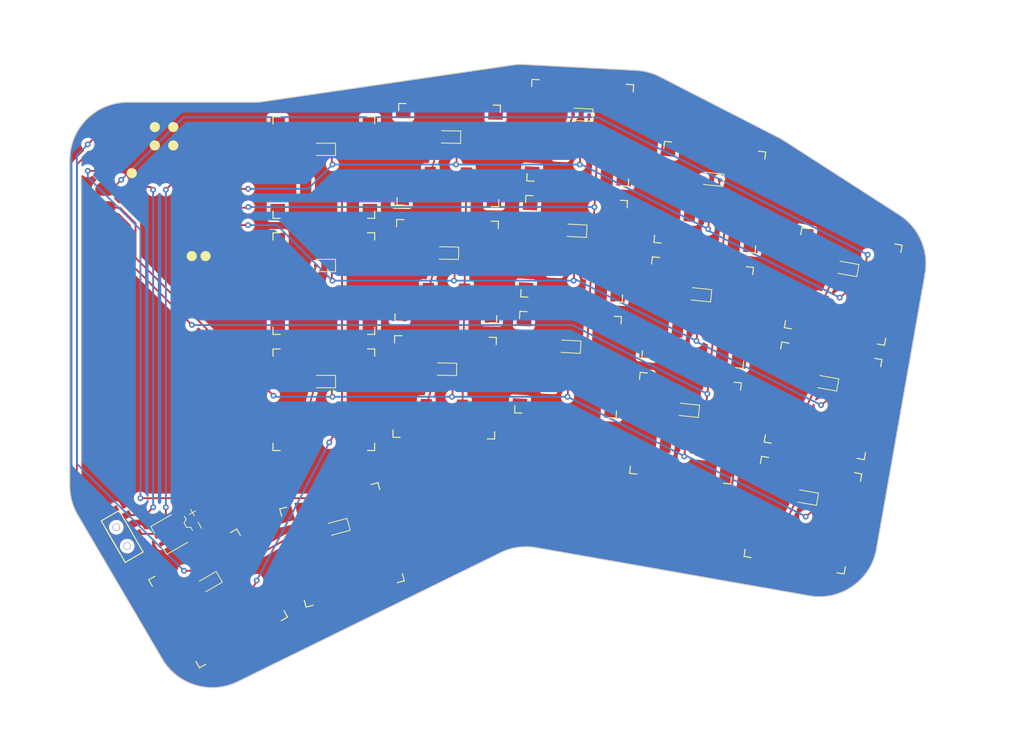
<source format=kicad_pcb>
(kicad_pcb (version 20241229) (generator "pcbnew") (generator_version "9.0")
  (title_block (title "splave-ferris_pg1316s_right") (rev "v1.0.0") (company "Unknown"))
  (layers (0 "F.Cu" signal) (2 "B.Cu" signal) (13 "F.Paste" user) (15 "B.Paste" user) (5 "F.SilkS" user "F.Silkscreen") (7 "B.SilkS" user "B.Silkscreen") (1 "F.Mask" user) (3 "B.Mask" user) (25 "Edge.Cuts" user))
  (net 0 "")
  (net 1 "D3")
  (net 2 "mirror_pinky_bottom")
  (net 3 "mirror_pinky_home")
  (net 4 "mirror_pinky_top")
  (net 5 "D5")
  (net 6 "mirror_ring_bottom")
  (net 7 "mirror_ring_home")
  (net 8 "mirror_ring_top")
  (net 9 "D9")
  (net 10 "mirror_middle_bottom")
  (net 11 "mirror_middle_home")
  (net 12 "mirror_middle_top")
  (net 13 "D2")
  (net 14 "mirror_index_bottom")
  (net 15 "mirror_index_home")
  (net 16 "mirror_index_top")
  (net 17 "D1")
  (net 18 "mirror_inner_bottom")
  (net 19 "mirror_inner_home")
  (net 20 "mirror_inner_top")
  (net 21 "mirror_near_fan")
  (net 22 "mirror_far_fan")
  (net 23 "D4")
  (net 24 "D8")
  (net 25 "D10")
  (net 26 "D0")
  (net 27 "D6")
  (net 28 "D7")
  (net 29 "RAW3V3")
  (net 30 "RAW5V")
  (net 31 "GND")
  (net 32 "BAT")
  (net 33 "BAT_P")
  (footprint "E73:SPDT_C128955" (layer "F.Cu") (at 241.758412 147.700276 120)
    (property "Reference" "T1" (hide yes))
    (property "Value" "" (hide yes))
    (pad "" smd rect (at -3.700001 1.099998 120) (size 0.9 0.9) (layers "F.Cu" "F.Mask" "F.Paste"))
    (pad "" smd rect (at -3.7 -1.1 120) (size 0.9 0.9) (layers "F.Cu" "F.Mask" "F.Paste"))
    (pad "" np_thru_hole circle (at -1.500002 -0.000001) (size 1 1) (drill 0.9) (layers "*.Cu" "*.Mask"))
    (pad "" np_thru_hole circle (at 1.500002 0.000001) (size 1 1) (drill 0.9) (layers "*.Cu" "*.Mask"))
    (pad "" smd rect (at 3.7 1.1 120) (size 0.9 0.9) (layers "F.Cu" "F.Mask" "F.Paste"))
    (pad "" smd rect (at 3.700001 -1.099998 120) (size 0.9 0.9) (layers "F.Cu" "F.Mask" "F.Paste"))
    (pad "1" smd rect (at 2.249998 2.075001 120) (size 0.9 1.25) (layers "F.Cu" "F.Mask" "F.Paste") (net 32 "BAT"))
    (pad "2" smd rect (at -0.75 2.075002 120) (size 0.9 1.25) (layers "F.Cu" "F.Mask" "F.Paste") (net 33 "BAT_P"))
    (pad "3" smd rect (at -2.249997 2.074997 120) (size 0.9 1.25) (layers "F.Cu" "F.Mask" "F.Paste"))
  )
  (footprint "PG1316S" (layer "F.Cu") (at 319.383855 132.739855 -6)
    (property "Reference" "S4" (hide yes))
    (property "Value" "" (hide yes))
    (pad "1" smd rect (at -2.500001 2.650001 354) (size 1.55 2) (layers "F.Cu" "F.Mask" "F.Paste") (net 6 "mirror_ring_bottom"))
    (pad "2" smd rect (at 2.5 2.65 354) (size 1.55 2) (layers "F.Cu" "F.Mask" "F.Paste") (net 5 "D5"))
    (pad "MP" smd rect (at -6.35 6 354) (size 2 2) (layers "F.Cu" "F.Mask" "F.Paste"))
    (pad "MP" smd rect (at -6.349999 -6.000001 354) (size 2 2) (layers "F.Cu" "F.Mask" "F.Paste"))
    (pad "MP" smd rect (at 6.349999 6.000001 354) (size 2 2) (layers "F.Cu" "F.Mask" "F.Paste"))
    (pad "MP" smd rect (at 6.35 -6 354) (size 2 2) (layers "F.Cu" "F.Mask" "F.Paste"))
  )
  (footprint "D_SOD-323F" (layer "F.Cu") (at 286.545231 108.619314 179)
    (property "Reference" "D11" (hide yes))
    (property "Value" "")
    (pad "1" smd roundrect (at -1.100001 0.000001 179) (size 0.5 0.5) (layers "F.Cu" "F.Mask" "F.Paste") (net 24 "D8"))
    (pad "2" smd roundrect (at 1.100001 -0.000001 179) (size 0.5 0.5) (layers "F.Cu" "F.Mask" "F.Paste") (net 15 "mirror_index_home"))
  )
  (footprint "PG1316S" (layer "F.Cu") (at 338.325933 128.971868 -10)
    (property "Reference" "S2" (hide yes))
    (property "Value" "" (hide yes))
    (pad "1" smd rect (at -2.500001 2.649999 350) (size 1.55 2) (layers "F.Cu" "F.Mask" "F.Paste") (net 3 "mirror_pinky_home"))
    (pad "2" smd rect (at 2.500001 2.649998 350) (size 1.55 2) (layers "F.Cu" "F.Mask" "F.Paste") (net 1 "D3"))
    (pad "MP" smd rect (at -6.350001 -5.999995 350) (size 2 2) (layers "F.Cu" "F.Mask" "F.Paste"))
    (pad "MP" smd rect (at -6.349997 6.000001 350) (size 2 2) (layers "F.Cu" "F.Mask" "F.Paste"))
    (pad "MP" smd rect (at 6.349997 -6.000001 350) (size 2 2) (layers "F.Cu" "F.Mask" "F.Paste"))
    (pad "MP" smd rect (at 6.350001 5.999995 350) (size 2 2) (layers "F.Cu" "F.Mask" "F.Paste"))
  )
  (footprint "PG1316S" (layer "F.Cu") (at 269.589984 112.826476)
    (property "Reference" "S14" (hide yes))
    (property "Value" "" (hide yes))
    (pad "1" smd rect (at -2.499999 2.650001) (size 1.55 2) (layers "F.Cu" "F.Mask" "F.Paste") (net 19 "mirror_inner_home"))
    (pad "2" smd rect (at 2.500001 2.649999) (size 1.55 2) (layers "F.Cu" "F.Mask" "F.Paste") (net 17 "D1"))
    (pad "MP" smd rect (at -6.350003 -5.999999) (size 2 2) (layers "F.Cu" "F.Mask" "F.Paste"))
    (pad "MP" smd rect (at -6.349997 6.000002) (size 2 2) (layers "F.Cu" "F.Mask" "F.Paste"))
    (pad "MP" smd rect (at 6.349997 -6.000002) (size 2 2) (layers "F.Cu" "F.Mask" "F.Paste"))
    (pad "MP" smd rect (at 6.350003 5.999999) (size 2 2) (layers "F.Cu" "F.Mask" "F.Paste"))
  )
  (footprint "D_SOD-323F" (layer "F.Cu") (at 286.265994 124.616873 179)
    (property "Reference" "D10" (hide yes))
    (property "Value" "")
    (pad "1" smd roundrect (at -1.100001 0.000001 179) (size 0.5 0.5) (layers "F.Cu" "F.Mask" "F.Paste") (net 23 "D4"))
    (pad "2" smd roundrect (at 1.100001 -0.000001 179) (size 0.5 0.5) (layers "F.Cu" "F.Mask" "F.Paste") (net 14 "mirror_index_bottom"))
  )
  (footprint "xiao_smd" (layer "F.Cu") (at 247.589987 99.826478)
    (property "Reference" "MCU1" (hide yes))
    (property "Value" "")
    (pad "" smd circle (at -4.445001 -2.222002 180) (size 1.397 1.397) (layers "F.SilkS"))
    (pad "" smd circle (at -1.270001 -8.572001 90) (size 1.397 1.397) (layers "F.SilkS"))
    (pad "" smd circle (at -1.27 -6.032 90) (size 1.397 1.397) (layers "F.SilkS"))
    (pad "" smd circle (at 1.269999 -6.032 90) (size 1.397 1.397) (layers "F.SilkS"))
    (pad "" smd circle (at 1.27 -8.572 90) (size 1.397 1.397) (layers "F.SilkS"))
    (pad "" smd circle (at 3.810002 9.208 180) (size 1.397 1.397) (layers "F.SilkS"))
    (pad "" smd circle (at 5.715 9.208001 180) (size 1.397 1.397) (layers "F.SilkS"))
    (pad "1" smd oval (at -7.619999 -7.62 180) (size 2.75 1.8) (drill (offset 0.475 0)) (layers "F.Cu" "F.Mask" "F.Paste") (net 26 "D0"))
    (pad "2" smd oval (at -7.62 -5.079998 180) (size 2.75 1.8) (drill (offset 0.475 0)) (layers "F.Cu" "F.Mask" "F.Paste") (net 17 "D1"))
    (pad "3" smd oval (at -7.620002 -2.54 180) (size 2.75 1.8) (drill (offset 0.475 0)) (layers "F.Cu" "F.Mask" "F.Paste") (net 13 "D2"))
    (pad "4" smd oval (at -7.619999 0 180) (size 2.75 1.8) (drill (offset 0.475 0)) (layers "F.Cu" "F.Mask" "F.Paste") (net 1 "D3"))
    (pad "5" smd oval (at -7.62 2.539999 180) (size 2.75 1.8) (drill (offset 0.475 0)) (layers "F.Cu" "F.Mask" "F.Paste") (net 23 "D4"))
    (pad "6" smd oval (at -7.619998 5.080001 180) (size 2.75 1.8) (drill (offset 0.475 0)) (layers "F.Cu" "F.Mask" "F.Paste") (net 5 "D5"))
    (pad "7" smd oval (at -7.62 7.619999 180) (size 2.75 1.8) (drill (offset 0.475 0)) (layers "F.Cu" "F.Mask" "F.Paste") (net 27 "D6"))
    (pad "8" smd oval (at 7.619999 7.62) (size 2.75 1.8) (drill (offset 0.475 0)) (layers "F.Cu" "F.Mask" "F.Paste") (net 28 "D7"))
    (pad "9" smd oval (at 7.62 5.079998) (size 2.75 1.8) (drill (offset 0.475 0)) (layers "F.Cu" "F.Mask" "F.Paste") (net 24 "D8"))
    (pad "10" smd oval (at 7.620002 2.54) (size 2.75 1.8) (drill (offset 0.475 0)) (layers "F.Cu" "F.Mask" "F.Paste") (net 9 "D9"))
    (pad "11" smd oval (at 7.619999 0) (size 2.75 1.8) (drill (offset 0.475 0)) (layers "F.Cu" "F.Mask" "F.Paste") (net 25 "D10"))
    (pad "12" smd oval (at 7.62 -2.539999) (size 2.75 1.8) (drill (offset 0.475 0)) (layers "F.Cu" "F.Mask" "F.Paste") (net 29 "RAW3V3"))
    (pad "13" smd oval (at 7.619998 -5.080001) (size 2.75 1.8) (drill (offset 0.475 0)) (layers "F.Cu" "F.Mask" "F.Paste") (net 31 "GND"))
    (pad "14" smd oval (at 7.62 -7.619999) (size 2.75 1.8) (drill (offset 0.475 0)) (layers "F.Cu" "F.Mask" "F.Paste") (net 30 "RAW5V"))
    (pad "19" smd circle (at -4.444997 -0.317001 180) (size 1.397 1.397) (layers "F.Cu" "F.Mask" "F.Paste") (net 32 "BAT"))
  )
  (footprint "D_SOD-323F" (layer "F.Cu") (at 341.538423 110.752925 170)
    (property "Reference" "D3" (hide yes))
    (property "Value" "")
    (pad "1" smd roundrect (at -1.100004 0 170) (size 0.5 0.5) (layers "F.Cu" "F.Mask" "F.Paste") (net 25 "D10"))
    (pad "2" smd roundrect (at 1.100004 0 170) (size 0.5 0.5) (layers "F.Cu" "F.Mask" "F.Paste") (net 4 "mirror_pinky_top"))
  )
  (footprint "D_SOD-323F" (layer "F.Cu") (at 305.014271 89.548499 177)
    (property "Reference" "D9" (hide yes))
    (property "Value" "")
    (pad "1" smd roundrect (at -1.099998 0.000001 177) (size 0.5 0.5) (layers "F.Cu" "F.Mask" "F.Paste") (net 25 "D10"))
    (pad "2" smd roundrect (at 1.099998 -0.000001 177) (size 0.5 0.5) (layers "F.Cu" "F.Mask" "F.Paste") (net 12 "mirror_middle_top"))
  )
  (footprint "D_SOD-323F" (layer "F.Cu") (at 269.589984 110.326475 180)
    (property "Reference" "D14" (hide yes))
    (property "Value" "")
    (pad "1" smd roundrect (at -1.100001 0.000002 180) (size 0.5 0.5) (layers "F.Cu" "F.Mask" "F.Paste") (net 24 "D8"))
    (pad "2" smd roundrect (at 1.100001 -0.000002 180) (size 0.5 0.5) (layers "F.Cu" "F.Mask" "F.Paste") (net 19 "mirror_inner_home"))
  )
  (footprint "PG1316S" (layer "F.Cu") (at 303.208681 124.001217 -3)
    (property "Reference" "S7" (hide yes))
    (property "Value" "" (hide yes))
    (pad "1" smd rect (at -2.5 2.650001 357) (size 1.55 2) (layers "F.Cu" "F.Mask" "F.Paste") (net 10 "mirror_middle_bottom"))
    (pad "2" smd rect (at 2.500002 2.649998 357) (size 1.55 2) (layers "F.Cu" "F.Mask" "F.Paste") (net 9 "D9"))
    (pad "MP" smd rect (at -6.349999 6.000001 357) (size 2 2) (layers "F.Cu" "F.Mask" "F.Paste"))
    (pad "MP" smd rect (at -6.349998 -5.999998 357) (size 2 2) (layers "F.Cu" "F.Mask" "F.Paste"))
    (pad "MP" smd rect (at 6.349998 5.999998 357) (size 2 2) (layers "F.Cu" "F.Mask" "F.Paste"))
    (pad "MP" smd rect (at 6.349999 -6.000001 357) (size 2 2) (layers "F.Cu" "F.Mask" "F.Paste"))
  )
  (footprint "D_SOD-323F" (layer "F.Cu") (at 304.176897 105.526569 177)
    (property "Reference" "D8" (hide yes))
    (property "Value" "")
    (pad "1" smd roundrect (at -1.099998 0.000001 177) (size 0.5 0.5) (layers "F.Cu" "F.Mask" "F.Paste") (net 24 "D8"))
    (pad "2" smd roundrect (at 1.099998 -0.000001 177) (size 0.5 0.5) (layers "F.Cu" "F.Mask" "F.Paste") (net 11 "mirror_middle_home"))
  )
  (footprint "D_SOD-323F" (layer "F.Cu") (at 269.589987 94.326479 180)
    (property "Reference" "D15" (hide yes))
    (property "Value" "")
    (pad "1" smd roundrect (at -1.100001 0.000002 180) (size 0.5 0.5) (layers "F.Cu" "F.Mask" "F.Paste") (net 25 "D10"))
    (pad "2" smd roundrect (at 1.100001 -0.000002 180) (size 0.5 0.5) (layers "F.Cu" "F.Mask" "F.Paste") (net 20 "mirror_inner_top"))
  )
  (footprint "D_SOD-323F" (layer "F.Cu") (at 319.645179 130.253551 174)
    (property "Reference" "D4" (hide yes))
    (property "Value" "")
    (pad "1" smd roundrect (at -1.099999 0.000001 174) (size 0.5 0.5) (layers "F.Cu" "F.Mask" "F.Paste") (net 23 "D4"))
    (pad "2" smd roundrect (at 1.099999 -0.000001 174) (size 0.5 0.5) (layers "F.Cu" "F.Mask" "F.Paste") (net 6 "mirror_ring_bottom"))
  )
  (footprint "D_SOD-323F" (layer "F.Cu") (at 303.339522 121.504644 177)
    (property "Reference" "D7" (hide yes))
    (property "Value" "")
    (pad "1" smd roundrect (at -1.099998 0.000001 177) (size 0.5 0.5) (layers "F.Cu" "F.Mask" "F.Paste") (net 23 "D4"))
    (pad "2" smd roundrect (at 1.099998 -0.000001 177) (size 0.5 0.5) (layers "F.Cu" "F.Mask" "F.Paste") (net 10 "mirror_middle_bottom"))
  )
  (footprint "PG1316S" (layer "F.Cu") (at 304.046057 108.023148 -3)
    (property "Reference" "S8" (hide yes))
    (property "Value" "" (hide yes))
    (pad "1" smd rect (at -2.5 2.650001 357) (size 1.55 2) (layers "F.Cu" "F.Mask" "F.Paste") (net 11 "mirror_middle_home"))
    (pad "2" smd rect (at 2.500002 2.649998 357) (size 1.55 2) (layers "F.Cu" "F.Mask" "F.Paste") (net 9 "D9"))
    (pad "MP" smd rect (at -6.349999 6.000001 357) (size 2 2) (layers "F.Cu" "F.Mask" "F.Paste"))
    (pad "MP" smd rect (at -6.349998 -5.999998 357) (size 2 2) (layers "F.Cu" "F.Mask" "F.Paste"))
    (pad "MP" smd rect (at 6.349998 5.999998 357) (size 2 2) (layers "F.Cu" "F.Mask" "F.Paste"))
    (pad "MP" smd rect (at 6.349999 -6.000001 357) (size 2 2) (layers "F.Cu" "F.Mask" "F.Paste"))
  )
  (footprint "D_SOD-323F" (layer "F.Cu") (at 321.317635 114.341203 174)
    (property "Reference" "D5" (hide yes))
    (property "Value" "")
    (pad "1" smd roundrect (at -1.099999 0.000001 174) (size 0.5 0.5) (layers "F.Cu" "F.Mask" "F.Paste") (net 24 "D8"))
    (pad "2" smd roundrect (at 1.099999 -0.000001 174) (size 0.5 0.5) (layers "F.Cu" "F.Mask" "F.Paste") (net 7 "mirror_ring_home"))
  )
  (footprint "PG1316S" (layer "F.Cu") (at 321.056307 116.827505 -6)
    (property "Reference" "S5" (hide yes))
    (property "Value" "" (hide yes))
    (pad "1" smd rect (at -2.500001 2.650001 354) (size 1.55 2) (layers "F.Cu" "F.Mask" "F.Paste") (net 7 "mirror_ring_home"))
    (pad "2" smd rect (at 2.5 2.65 354) (size 1.55 2) (layers "F.Cu" "F.Mask" "F.Paste") (net 5 "D5"))
    (pad "MP" smd rect (at -6.35 6 354) (size 2 2) (layers "F.Cu" "F.Mask" "F.Paste"))
    (pad "MP" smd rect (at -6.349999 -6.000001 354) (size 2 2) (layers "F.Cu" "F.Mask" "F.Paste"))
    (pad "MP" smd rect (at 6.349999 6.000001 354) (size 2 2) (layers "F.Cu" "F.Mask" "F.Paste"))
    (pad "MP" smd rect (at 6.35 -6 354) (size 2 2) (layers "F.Cu" "F.Mask" "F.Paste"))
  )
  (footprint "PG1316S" (layer "F.Cu") (at 255.037096 156.19963 30)
    (property "Reference" "S17" (hide yes))
    (property "Value" "" (hide yes))
    (pad "1" smd rect (at -2.500001 2.650001 30) (size 1.55 2) (layers "F.Cu" "F.Mask" "F.Paste") (net 22 "mirror_far_fan"))
    (pad "2" smd rect (at 2.500002 2.649999 30) (size 1.55 2) (layers "F.Cu" "F.Mask" "F.Paste") (net 17 "D1"))
    (pad "MP" smd rect (at -6.35 6 30) (size 2 2) (layers "F.Cu" "F.Mask" "F.Paste"))
    (pad "MP" smd rect (at -6.349998 -6.000001 30) (size 2 2) (layers "F.Cu" "F.Mask" "F.Paste"))
    (pad "MP" smd rect (at 6.349998 6.000001 30) (size 2 2) (layers "F.Cu" "F.Mask" "F.Paste"))
    (pad "MP" smd rect (at 6.35 -6 30) (size 2 2) (layers "F.Cu" "F.Mask" "F.Paste"))
  )
  (footprint "D_SOD-323F" (layer "F.Cu") (at 338.760051 126.509848 170)
    (property "Reference" "D2" (hide yes))
    (property "Value" "")
    (pad "1" smd roundrect (at -1.100004 0 170) (size 0.5 0.5) (layers "F.Cu" "F.Mask" "F.Paste") (net 24 "D8"))
    (pad "2" smd roundrect (at 1.100004 0 170) (size 0.5 0.5) (layers "F.Cu" "F.Mask" "F.Paste") (net 3 "mirror_pinky_home"))
  )
  (footprint "D_SOD-323F" (layer "F.Cu") (at 253.787097 154.03457 -150)
    (property "Reference" "D17" (hide yes))
    (property "Value" "")
    (pad "1" smd roundrect (at -1.100002 0 210) (size 0.5 0.5) (layers "F.Cu" "F.Mask" "F.Paste") (net 26 "D0"))
    (pad "2" smd roundrect (at 1.100002 0 210) (size 0.5 0.5) (layers "F.Cu" "F.Mask" "F.Paste") (net 22 "mirror_far_fan"))
  )
  (footprint "PG1316S" (layer "F.Cu") (at 304.883433 92.045074 -3)
    (property "Reference" "S9" (hide yes))
    (property "Value" "" (hide yes))
    (pad "1" smd rect (at -2.5 2.650001 357) (size 1.55 2) (layers "F.Cu" "F.Mask" "F.Paste") (net 12 "mirror_middle_top"))
    (pad "2" smd rect (at 2.500002 2.649998 357) (size 1.55 2) (layers "F.Cu" "F.Mask" "F.Paste") (net 9 "D9"))
    (pad "MP" smd rect (at -6.349999 6.000001 357) (size 2 2) (layers "F.Cu" "F.Mask" "F.Paste"))
    (pad "MP" smd rect (at -6.349998 -5.999998 357) (size 2 2) (layers "F.Cu" "F.Mask" "F.Paste"))
    (pad "MP" smd rect (at 6.349998 5.999998 357) (size 2 2) (layers "F.Cu" "F.Mask" "F.Paste"))
    (pad "MP" smd rect (at 6.349999 -6.000001 357) (size 2 2) (layers "F.Cu" "F.Mask" "F.Paste"))
  )
  (footprint "D_SOD-323F" (layer "F.Cu") (at 286.824471 92.621745 179)
    (property "Reference" "D12" (hide yes))
    (property "Value" "")
    (pad "1" smd roundrect (at -1.100001 0.000001 179) (size 0.5 0.5) (layers "F.Cu" "F.Mask" "F.Paste") (net 25 "D10"))
    (pad "2" smd roundrect (at 1.100001 -0.000001 179) (size 0.5 0.5) (layers "F.Cu" "F.Mask" "F.Paste") (net 16 "mirror_index_top"))
  )
  (footprint "D_SOD-323F" (layer "F.Cu") (at 335.981682 142.266772 170)
    (property "Reference" "D1" (hide yes))
    (property "Value" "")
    (pad "1" smd roundrect (at -1.100004 0 170) (size 0.5 0.5) (layers "F.Cu" "F.Mask" "F.Paste") (net 23 "D4"))
    (pad "2" smd roundrect (at 1.100004 0 170) (size 0.5 0.5) (layers "F.Cu" "F.Mask" "F.Paste") (net 2 "mirror_pinky_bottom"))
  )
  (footprint "ceoloide:battery_connector_molex_pico_ezmate_1x02" (layer "F.Cu") (at 248.671071 147.173356 120)
    (property "Reference" "CONN1" (hide yes))
    (property "Value" "")
    (pad "" smd roundrect (at -1.75 1.899999 120) (size 0.7 0.8) (layers "F.Cu" "F.Mask" "F.Paste"))
    (pad "" smd roundrect (at 1.750001 1.900003 120) (size 0.7 0.8) (layers "F.Cu" "F.Mask" "F.Paste"))
    (pad "1" smd roundrect (at -0.600004 -1.875 120) (size 0.6 0.85) (layers "F.Cu" "F.Mask" "F.Paste") (net 31 "GND"))
    (pad "2" smd roundrect (at 0.600001 -1.875 120) (size 0.6 0.85) (layers "F.Cu" "F.Mask" "F.Paste") (net 33 "BAT_P"))
  )
  (footprint "PG1316S" (layer "F.Cu") (at 286.501601 111.118929 -1)
    (property "Reference" "S11" (hide yes))
    (property "Value" "" (hide yes))
    (pad "1" smd rect (at -2.499999 2.65 359) (size 1.55 2) (layers "F.Cu" "F.Mask" "F.Paste") (net 15 "mirror_index_home"))
    (pad "2" smd rect (at 2.500002 2.650002 359) (size 1.55 2) (layers "F.Cu" "F.Mask" "F.Paste") (net 13 "D2"))
    (pad "MP" smd rect (at -6.35 -5.999999 359) (size 2 2) (layers "F.Cu" "F.Mask" "F.Paste"))
    (pad "MP" smd rect (at -6.35 6 359) (size 2 2) (layers "F.Cu" "F.Mask" "F.Paste"))
    (pad "MP" smd rect (at 6.35 -6 359) (size 2 2) (layers "F.Cu" "F.Mask" "F.Paste"))
    (pad "MP" smd rect (at 6.35 5.999999 359) (size 2 2) (layers "F.Cu" "F.Mask" "F.Paste"))
  )
  (footprint "PG1316S" (layer "F.Cu") (at 269.589983 128.826477)
    (property "Reference" "S13" (hide yes))
    (property "Value" "" (hide yes))
    (pad "1" smd rect (at -2.499999 2.650001) (size 1.55 2) (layers "F.Cu" "F.Mask" "F.Paste") (net 18 "mirror_inner_bottom"))
    (pad "2" smd rect (at 2.500001 2.649999) (size 1.55 2) (layers "F.Cu" "F.Mask" "F.Paste") (net 17 "D1"))
    (pad "MP" smd rect (at -6.350003 -5.999999) (size 2 2) (layers "F.Cu" "F.Mask" "F.Paste"))
    (pad "MP" smd rect (at -6.349997 6.000002) (size 2 2) (layers "F.Cu" "F.Mask" "F.Paste"))
    (pad "MP" smd rect (at 6.349997 -6.000002) (size 2 2) (layers "F.Cu" "F.Mask" "F.Paste"))
    (pad "MP" smd rect (at 6.350003 5.999999) (size 2 2) (layers "F.Cu" "F.Mask" "F.Paste"))
  )
  (footprint "PG1316S" (layer "F.Cu") (at 286.22236 127.116493 -1)
    (property "Reference" "S10" (hide yes))
    (property "Value" "" (hide yes))
    (pad "1" smd rect (at -2.499999 2.65 359) (size 1.55 2) (layers "F.Cu" "F.Mask" "F.Paste") (net 14 "mirror_index_bottom"))
    (pad "2" smd rect (at 2.500002 2.650002 359) (size 1.55 2) (layers "F.Cu" "F.Mask" "F.Paste") (net 13 "D2"))
    (pad "MP" smd rect (at -6.35 -5.999999 359) (size 2 2) (layers "F.Cu" "F.Mask" "F.Paste"))
    (pad "MP" smd rect (at -6.35 6 359) (size 2 2) (layers "F.Cu" "F.Mask" "F.Paste"))
    (pad "MP" smd rect (at 6.35 -6 359) (size 2 2) (layers "F.Cu" "F.Mask" "F.Paste"))
    (pad "MP" smd rect (at 6.35 5.999999 359) (size 2 2) (layers "F.Cu" "F.Mask" "F.Paste"))
  )
  (footprint "D_SOD-323F" (layer "F.Cu") (at 271.442939 146.411662 -165)
    (property "Reference" "D16" (hide yes))
    (property "Value" "")
    (pad "1" smd roundrect (at -1.099997 0 195) (size 0.5 0.5) (layers "F.Cu" "F.Mask" "F.Paste") (net 26 "D0"))
    (pad "2" smd roundrect (at 1.099997 0 195) (size 0.5 0.5) (layers "F.Cu" "F.Mask" "F.Paste") (net 21 "mirror_near_fan"))
  )
  (footprint "PG1316S" (layer "F.Cu") (at 322.72877 100.915153 -6)
    (property "Reference" "S6" (hide yes))
    (property "Value" "" (hide yes))
    (pad "1" smd rect (at -2.500001 2.650001 354) (size 1.55 2) (layers "F.Cu" "F.Mask" "F.Paste") (net 8 "mirror_ring_top"))
    (pad "2" smd rect (at 2.5 2.65 354) (size 1.55 2) (layers "F.Cu" "F.Mask" "F.Paste") (net 5 "D5"))
    (pad "MP" smd rect (at -6.35 6 354) (size 2 2) (layers "F.Cu" "F.Mask" "F.Paste"))
    (pad "MP" smd rect (at -6.349999 -6.000001 354) (size 2 2) (layers "F.Cu" "F.Mask" "F.Paste"))
    (pad "MP" smd rect (at 6.349999 6.000001 354) (size 2 2) (layers "F.Cu" "F.Mask" "F.Paste"))
    (pad "MP" smd rect (at 6.35 -6 354) (size 2 2) (layers "F.Cu" "F.Mask" "F.Paste"))
  )
  (footprint "D_SOD-323F" (layer "F.Cu") (at 269.589988 126.326476 180)
    (property "Reference" "D13" (hide yes))
    (property "Value" "")
    (pad "1" smd roundrect (at -1.100001 0.000002 180) (size 0.5 0.5) (layers "F.Cu" "F.Mask" "F.Paste") (net 23 "D4"))
    (pad "2" smd roundrect (at 1.100001 -0.000002 180) (size 0.5 0.5) (layers "F.Cu" "F.Mask" "F.Paste") (net 18 "mirror_inner_bottom"))
  )
  (footprint "PG1316S" (layer "F.Cu") (at 269.58999 96.826475)
    (property "Reference" "S15" (hide yes))
    (property "Value" "" (hide yes))
    (pad "1" smd rect (at -2.499999 2.650001) (size 1.55 2) (layers "F.Cu" "F.Mask" "F.Paste") (net 20 "mirror_inner_top"))
    (pad "2" smd rect (at 2.500001 2.649999) (size 1.55 2) (layers "F.Cu" "F.Mask" "F.Paste") (net 17 "D1"))
    (pad "MP" smd rect (at -6.350003 -5.999999) (size 2 2) (layers "F.Cu" "F.Mask" "F.Paste"))
    (pad "MP" smd rect (at -6.349997 6.000002) (size 2 2) (layers "F.Cu" "F.Mask" "F.Paste"))
    (pad "MP" smd rect (at 6.349997 -6.000002) (size 2 2) (layers "F.Cu" "F.Mask" "F.Paste"))
    (pad "MP" smd rect (at 6.350003 5.999999) (size 2 2) (layers "F.Cu" "F.Mask" "F.Paste"))
  )
  (footprint "PG1316S" (layer "F.Cu") (at 341.104303 113.214942 -10)
    (property "Reference" "S3" (hide yes))
    (property "Value" "" (hide yes))
    (pad "1" smd rect (at -2.500001 2.649999 350) (size 1.55 2) (layers "F.Cu" "F.Mask" "F.Paste") (net 4 "mirror_pinky_top"))
    (pad "2" smd rect (at 2.500001 2.649998 350) (size 1.55 2) (layers "F.Cu" "F.Mask" "F.Paste") (net 1 "D3"))
    (pad "MP" smd rect (at -6.350001 -5.999995 350) (size 2 2) (layers "F.Cu" "F.Mask" "F.Paste"))
    (pad "MP" smd rect (at -6.349997 6.000001 350) (size 2 2) (layers "F.Cu" "F.Mask" "F.Paste"))
    (pad "MP" smd rect (at 6.349997 -6.000001 350) (size 2 2) (layers "F.Cu" "F.Mask" "F.Paste"))
    (pad "MP" smd rect (at 6.350001 5.999995 350) (size 2 2) (layers "F.Cu" "F.Mask" "F.Paste"))
  )
  (footprint "PG1316S" (layer "F.Cu") (at 335.547562 144.728793 -10)
    (property "Reference" "S1" (hide yes))
    (property "Value" "" (hide yes))
    (pad "1" smd rect (at -2.500001 2.649999 350) (size 1.55 2) (layers "F.Cu" "F.Mask" "F.Paste") (net 2 "mirror_pinky_bottom"))
    (pad "2" smd rect (at 2.500001 2.649998 350) (size 1.55 2) (layers "F.Cu" "F.Mask" "F.Paste") (net 1 "D3"))
    (pad "MP" smd rect (at -6.350001 -5.999995 350) (size 2 2) (layers "F.Cu" "F.Mask" "F.Paste"))
    (pad "MP" smd rect (at -6.349997 6.000001 350) (size 2 2) (layers "F.Cu" "F.Mask" "F.Paste"))
    (pad "MP" smd rect (at 6.349997 -6.000001 350) (size 2 2) (layers "F.Cu" "F.Mask" "F.Paste"))
    (pad "MP" smd rect (at 6.350001 5.999995 350) (size 2 2) (layers "F.Cu" "F.Mask" "F.Paste"))
  )
  (footprint "PG1316S" (layer "F.Cu") (at 286.78084 95.121364 -1)
    (property "Reference" "S12" (hide yes))
    (property "Value" "" (hide yes))
    (pad "1" smd rect (at -2.499999 2.65 359) (size 1.55 2) (layers "F.Cu" "F.Mask" "F.Paste") (net 16 "mirror_index_top"))
    (pad "2" smd rect (at 2.500002 2.650002 359) (size 1.55 2) (layers "F.Cu" "F.Mask" "F.Paste") (net 13 "D2"))
    (pad "MP" smd rect (at -6.35 -5.999999 359) (size 2 2) (layers "F.Cu" "F.Mask" "F.Paste"))
    (pad "MP" smd rect (at -6.35 6 359) (size 2 2) (layers "F.Cu" "F.Mask" "F.Paste"))
    (pad "MP" smd rect (at 6.35 -6 359) (size 2 2) (layers "F.Cu" "F.Mask" "F.Paste"))
    (pad "MP" smd rect (at 6.35 5.999999 359) (size 2 2) (layers "F.Cu" "F.Mask" "F.Paste"))
  )
  (footprint "PG1316S" (layer "F.Cu") (at 272.089983 148.826477 15)
    (property "Reference" "S16" (hide yes))
    (property "Value" "" (hide yes))
    (pad "1" smd rect (at -2.5 2.65 15) (size 1.55 2) (layers "F.Cu" "F.Mask" "F.Paste") (net 21 "mirror_near_fan"))
    (pad "2" smd rect (at 2.500001 2.65 15) (size 1.55 2) (layers "F.Cu" "F.Mask" "F.Paste") (net 13 "D2"))
    (pad "MP" smd rect (at -6.350001 6.000002 15) (size 2 2) (layers "F.Cu" "F.Mask" "F.Paste"))
    (pad "MP" smd rect (at -6.35 -6.000002 15) (size 2 2) (layers "F.Cu" "F.Mask" "F.Paste"))
    (pad "MP" smd rect (at 6.35 6.000002 15) (size 2 2) (layers "F.Cu" "F.Mask" "F.Paste"))
    (pad "MP" smd rect (at 6.350001 -6.000002 15) (size 2 2) (layers "F.Cu" "F.Mask" "F.Paste"))
  )
  (footprint "D_SOD-323F" (layer "F.Cu") (at 322.990089 98.428848 174)
    (property "Reference" "D6" (hide yes))
    (property "Value" "")
    (pad "1" smd roundrect (at -1.099999 0.000001 174) (size 0.5 0.5) (layers "F.Cu" "F.Mask" "F.Paste") (net 25 "D10"))
    (pad "2" smd roundrect (at 1.099999 -0.000001 174) (size 0.5 0.5) (layers "F.Cu" "F.Mask" "F.Paste") (net 8 "mirror_ring_top"))
  )
  (gr_arc (start 348.83336 103.34813) (mid 351.831878 106.870039) (end 352.379834 111.462935) (stroke (width 0.15)) (layer "Edge.Cuts"))
  (gr_arc (start 345.697271 149.361653) (mid 342.407421 154.52568) (end 336.429626 155.850932) (stroke (width 0.15)) (layer "Edge.Cuts"))
  (gr_arc (start 235.689072 144.700677) (mid 234.869646 142.750526) (end 234.589988 140.653781) (stroke (width 0.15)) (layer "Edge.Cuts"))
  (gr_arc (start 234.589986 95.826478) (mid 236.933131 90.169622) (end 242.589986 87.826478) (stroke (width 0.15)) (layer "Edge.Cuts"))
  (gr_arc (start 257.753345 167.676534) (mid 251.923892 168.157688) (end 247.325187 164.543004) (stroke (width 0.15)) (layer "Edge.Cuts"))
  (gr_line (start 257.753345 167.676534) (end 293.905201 149.917658) (stroke (width 0.15)) (layer "Edge.Cuts"))
  (gr_line (start 332.270378 92.725741) (end 315.865371 84.309867) (stroke (width 0.15)) (layer "Edge.Cuts"))
  (gr_line (start 312.632476 83.43883) (end 297.15946 82.627922) (stroke (width 0.15)) (layer "Edge.Cuts"))
  (gr_arc (start 293.905201 149.917658) (mid 296.307883 149.177522) (end 298.821626 149.219628) (stroke (width 0.15)) (layer "Edge.Cuts"))
  (gr_line (start 260.007232 87.826478) (end 242.589986 87.826478) (stroke (width 0.15)) (layer "Edge.Cuts"))
  (gr_line (start 235.689072 144.700677) (end 247.325187 164.543004) (stroke (width 0.15)) (layer "Edge.Cuts"))
  (gr_line (start 348.83336 103.34813) (end 332.950779 93.118129) (stroke (width 0.15)) (layer "Edge.Cuts"))
  (gr_line (start 298.821626 149.219628) (end 336.429626 155.850932) (stroke (width 0.15)) (layer "Edge.Cuts"))
  (gr_line (start 345.697269 149.361655) (end 352.379834 111.462935) (stroke (width 0.15)) (layer "Edge.Cuts"))
  (gr_arc (start 332.270378 92.725741) (mid 332.615398 92.913579) (end 332.950779 93.118129) (stroke (width 0.15)) (layer "Edge.Cuts"))
  (gr_arc (start 312.632476 83.43883) (mid 314.295003 83.703324) (end 315.865371 84.309867) (stroke (width 0.15)) (layer "Edge.Cuts"))
  (gr_arc (start 261.166591 87.742026) (mid 260.588447 87.805338) (end 260.007232 87.826478) (stroke (width 0.15)) (layer "Edge.Cuts"))
  (gr_arc (start 295.581413 82.701414) (mid 296.368618 82.625622) (end 297.15946 82.627922) (stroke (width 0.15)) (layer "Edge.Cuts"))
  (gr_line (start 295.581413 82.701414) (end 261.166591 87.742026) (stroke (width 0.15)) (layer "Edge.Cuts"))
  (gr_line (start 234.589986 95.826478) (end 234.589988 140.653781) (stroke (width 0.15)) (layer "Edge.Cuts"))
  (segment (start 239.969984 99.826476) (end 240.390932 99.826475) (width 0.25) (layer "F.Cu") (net 1))
  (segment (start 343.106156 116.258799) (end 344.404143 108.897551) (width 0.25) (layer "F.Cu") (net 1))
  (segment (start 343.106157 116.2588) (end 337.549416 147.772652) (width 0.25) (layer "F.Cu") (net 1))
  (segment (start 344.404143 108.897551) (end 344.477975 108.845854) (width 0.25) (layer "F.Cu") (net 1))
  (segment (start 240.390932 99.826475) (end 241.692446 98.524964) (width 0.25) (layer "F.Cu") (net 1))
  (via (at 241.692446 98.524964) (size 0.8) (drill 0.4) (layers "F.Cu" "B.Cu") (net 1))
  (via (at 344.477975 108.845854) (size 0.8) (drill 0.4) (layers "F.Cu" "B.Cu") (net 1))
  (segment (start 344.477975 108.845854) (end 307.281733 89.893422) (width 0.25) (layer "B.Cu") (net 1))
  (segment (start 307.281733 89.893422) (end 250.323986 89.893422) (width 0.25) (layer "B.Cu") (net 1))
  (segment (start 250.323986 89.893422) (end 241.692446 98.524964) (width 0.25) (layer "B.Cu") (net 1))
  (segment (start 332.651127 146.895037) (end 332.625377 146.904412) (width 0.25) (layer "F.Cu") (net 2))
  (segment (start 334.898393 142.075757) (end 332.651127 146.895037) (width 0.25) (layer "F.Cu") (net 2))
  (segment (start 337.676762 126.318834) (end 335.429496 131.138117) (width 0.25) (layer "F.Cu") (net 3))
  (segment (start 335.429496 131.138117) (end 335.403744 131.147485) (width 0.25) (layer "F.Cu") (net 3))
  (segment (start 338.207864 115.381187) (end 338.182119 115.39056) (width 0.25) (layer "F.Cu") (net 4))
  (segment (start 340.455133 110.561911) (end 338.207864 115.381187) (width 0.25) (layer "F.Cu") (net 4))
  (segment (start 243.16031 110.266676) (end 248.66031 115.766676) (width 0.25) (layer "F.Cu") (net 5))
  (segment (start 322.394425 128.013144) (end 321.593159 135.636658) (width 0.25) (layer "F.Cu") (net 5))
  (segment (start 250.41031 117.516676) (end 251.410311 118.516677) (width 0.25) (layer "F.Cu") (net 5))
  (segment (start 242.660311 106.016676) (end 242.66031 106.766676) (width 0.25) (layer "F.Cu") (net 5))
  (segment (start 241.550112 104.906479) (end 241.910311 105.266676) (width 0.25) (layer "F.Cu") (net 5))
  (segment (start 239.969987 104.906478) (end 241.550112 104.906479) (width 0.25) (layer "F.Cu") (net 5))
  (segment (start 241.910311 105.266676) (end 242.660311 106.016676) (width 0.25) (layer "F.Cu") (net 5))
  (segment (start 248.66031 115.766676) (end 250.41031 117.516676) (width 0.25) (layer "F.Cu") (net 5))
  (segment (start 242.66031 106.766676) (end 242.66031 109.766676) (width 0.25) (layer "F.Cu") (net 5))
  (segment (start 324.938072 103.811957) (end 322.394425 128.013144) (width 0.25) (layer "F.Cu") (net 5))
  (segment (start 242.66031 109.766676) (end 243.16031 110.266676) (width 0.25) (layer "F.Cu") (net 5))
  (via (at 251.410311 118.516677) (size 0.8) (drill 0.4) (layers "F.Cu" "B.Cu") (net 5))
  (via (at 322.394425 128.013144) (size 0.8) (drill 0.4) (layers "F.Cu" "B.Cu") (net 5))
  (segment (start 322.394425 128.013144) (end 303.794305 118.535909) (width 0.25) (layer "B.Cu") (net 5))
  (segment (start 303.794305 118.535909) (end 251.429545 118.535911) (width 0.25) (layer "B.Cu") (net 5))
  (segment (start 251.429545 118.535911) (end 251.410311 118.516677) (width 0.25) (layer "B.Cu") (net 5))
  (segment (start 316.645589 135.10287) (end 316.620551 135.114017) (width 0.25) (layer "F.Cu") (net 6))
  (segment (start 318.551204 130.138572) (end 316.645589 135.10287) (width 0.25) (layer "F.Cu") (net 6))
  (segment (start 320.22366 114.226221) (end 318.318042 119.19052) (width 0.25) (layer "F.Cu") (net 7))
  (segment (start 318.318042 119.19052) (end 318.293004 119.201668) (width 0.25) (layer "F.Cu") (net 7))
  (segment (start 321.896115 98.313868) (end 319.990498 103.278172) (width 0.25) (layer "F.Cu") (net 8))
  (segment (start 319.990498 103.278172) (end 319.965464 103.289318) (width 0.25) (layer "F.Cu") (net 8))
  (segment (start 307.241318 94.822281) (end 306.850739 102.274964) (width 0.25) (layer "F.Cu") (net 9))
  (segment (start 306.850739 102.274964) (end 305.566565 126.778424) (width 0.25) (layer "F.Cu") (net 9))
  (segment (start 255.209988 102.366478) (end 259.10093 102.366477) (width 0.25) (layer "F.Cu") (net 9))
  (segment (start 259.10093 102.366477) (end 259.192446 102.274965) (width 0.25) (layer "F.Cu") (net 9))
  (via (at 259.192446 102.274965) (size 0.8) (drill 0.4) (layers "F.Cu" "B.Cu") (net 9))
  (via (at 306.850739 102.274964) (size 0.8) (drill 0.4) (layers "F.Cu" "B.Cu") (net 9))
  (segment (start 259.192446 102.274965) (end 306.850739 102.274964) (width 0.25) (layer "B.Cu") (net 9))
  (segment (start 300.597837 126.504305) (end 300.573417 126.516748) (width 0.25) (layer "F.Cu") (net 10))
  (segment (start 302.241029 121.447075) (end 300.597837 126.504305) (width 0.25) (layer "F.Cu") (net 10))
  (segment (start 303.078406 105.469001) (end 301.435213 110.526233) (width 0.25) (layer "F.Cu") (net 11))
  (segment (start 301.435213 110.526233) (end 301.410791 110.538673) (width 0.25) (layer "F.Cu") (net 11))
  (segment (start 303.91578 89.490932) (end 302.272589 94.54816) (width 0.25) (layer "F.Cu") (net 12))
  (segment (start 302.272589 94.54816) (end 302.248169 94.560602) (width 0.25) (layer "F.Cu") (net 12))
  (segment (start 275.16437 150.615397) (end 275.19067 150.73913) (width 0.25) (layer "F.Cu") (net 13))
  (segment (start 289.234211 97.814591) (end 288.675732 129.80972) (width 0.25) (layer "F.Cu") (net 13))
  (segment (start 237.085842 97.286476) (end 239.969985 97.286477) (width 0.25) (layer "F.Cu") (net 13))
  (segment (start 288.675733 129.809722) (end 275.16437 150.615397) (width 0.25) (layer "F.Cu") (net 13))
  (segment (start 272.335842 142.39338) (end 244.335843 142.39338) (width 0.25) (layer "F.Cu") (net 13))
  (segment (start 275.190669 145.248207) (end 274.585842 144.64338) (width 0.25) (layer "F.Cu") (net 13))
  (segment (start 274.585842 144.64338) (end 272.335842 142.39338) (width 0.25) (layer "F.Cu") (net 13))
  (segment (start 275.190671 150.739133) (end 275.190669 145.248207) (width 0.25) (layer "F.Cu") (net 13))
  (via (at 244.335843 142.39338) (size 0.8) (drill 0.4) (layers "F.Cu" "B.Cu") (net 13))
  (via (at 237.085842 97.286476) (size 0.8) (drill 0.4) (layers "F.Cu" "B.Cu") (net 13))
  (segment (start 237.085842 97.286476) (end 237.085842 98.14338) (width 0.25) (layer "B.Cu") (net 13))
  (segment (start 244.335841 105.39338) (end 244.335843 142.39338) (width 0.25) (layer "B.Cu") (net 13))
  (segment (start 237.085842 98.14338) (end 244.335841 105.39338) (width 0.25) (layer "B.Cu") (net 13))
  (segment (start 283.700466 129.709167) (end 283.676492 129.722456) (width 0.25) (layer "F.Cu") (net 14))
  (segment (start 285.166161 124.597674) (end 283.700466 129.709167) (width 0.25) (layer "F.Cu") (net 14))
  (segment (start 285.445399 108.600112) (end 283.979701 113.711606) (width 0.25) (layer "F.Cu") (net 15))
  (segment (start 283.979701 113.711606) (end 283.95573 113.724896) (width 0.25) (layer "F.Cu") (net 15))
  (segment (start 285.724639 92.602548) (end 284.258938 97.714042) (width 0.25) (layer "F.Cu") (net 16))
  (segment (start 284.258938 97.714042) (end 284.234971 97.727331) (width 0.25) (layer "F.Cu") (net 16))
  (segment (start 258.527162 157.244595) (end 260.356078 153.761021) (width 0.25) (layer "F.Cu") (net 17))
  (segment (start 253.816045 162.162462) (end 257.830454 159.844742) (width 0.25) (layer "F.Cu") (net 17))
  (segment (start 246.093524 160.093219) (end 253.816045 162.162462) (width 0.25) (layer "F.Cu") (net 17))
  (segment (start 235.585843 96.393379) (end 235.585842 141.89338) (width 0.25) (layer "F.Cu") (net 17))
  (segment (start 237.232741 94.74648) (end 235.585843 96.393379) (width 0.25) (layer "F.Cu") (net 17))
  (segment (start 270.404735 134.686403) (end 272.089984 131.476476) (width 0.25) (layer "F.Cu") (net 17))
  (segment (start 272.089987 99.47648) (end 272.089984 131.476476) (width 0.25) (layer "F.Cu") (net 17))
  (segment (start 270.344031 134.70531) (end 270.404735 134.686403) (width 0.25) (layer "F.Cu") (net 17))
  (segment (start 235.585842 141.89338) (end 246.093524 160.093219) (width 0.25) (layer "F.Cu") (net 17))
  (segment (start 239.969986 94.74648) (end 237.232741 94.74648) (width 0.25) (layer "F.Cu") (net 17))
  (segment (start 257.830454 159.844742) (end 258.52716 157.244595) (width 0.25) (layer "F.Cu") (net 17))
  (segment (start 260.356078 153.761021) (end 260.349927 153.741273) (width 0.25) (layer "F.Cu") (net 17))
  (via (at 260.349927 153.741273) (size 0.8) (drill 0.4) (layers "F.Cu" "B.Cu") (net 17))
  (via (at 270.344031 134.70531) (size 0.8) (drill 0.4) (layers "F.Cu" "B.Cu") (net 17))
  (segment (start 260.349927 153.741273) (end 270.344031 134.70531) (width 0.25) (layer "B.Cu") (net 17))
  (segment (start 267.113722 131.462776) (end 267.089988 131.476478) (width 0.25) (layer "F.Cu") (net 18))
  (segment (start 268.489986 126.326478) (end 267.113722 131.462776) (width 0.25) (layer "F.Cu") (net 18))
  (segment (start 268.489989 110.326479) (end 267.113721 115.462777) (width 0.25) (layer "F.Cu") (net 19))
  (segment (start 267.113721 115.462777) (end 267.089989 115.476477) (width 0.25) (layer "F.Cu") (net 19))
  (segment (start 267.11372 99.462774) (end 267.089991 99.476476) (width 0.25) (layer "F.Cu") (net 20))
  (segment (start 268.489986 94.326479) (end 267.11372 99.462774) (width 0.25) (layer "F.Cu") (net 20))
  (segment (start 270.380423 152.013848) (end 270.36104 152.033227) (width 0.25) (layer "F.Cu") (net 21))
  (segment (start 270.380424 146.696365) (end 270.380423 152.013848) (width 0.25) (layer "F.Cu") (net 21))
  (segment (start 254.210738 159.720867) (end 254.197031 159.7446) (width 0.25) (layer "F.Cu") (net 22))
  (segment (start 252.83447 154.58457) (end 254.210738 159.720867) (width 0.25) (layer "F.Cu") (net 22))
  (segment (start 304.438015 121.562212) (end 304.322101 123.773981) (width 0.25) (layer "F.Cu") (net 23))
  (segment (start 337.064977 142.457789) (end 336.885051 144.169637) (width 0.25) (layer "F.Cu") (net 23))
  (segment (start 243.660311 109.266676) (end 243.66031 104.516676) (width 0.25) (layer "F.Cu") (net 23))
  (segment (start 303.35547 124.644341) (end 303.158242 128.407702) (width 0.25) (layer "F.Cu") (net 23))
  (segment (start 270.689984 126.326476) (end 270.689985 128.325551) (width 0.25) (layer "F.Cu") (net 23))
  (segment (start 287.365828 124.63607) (end 287.30114 128.342023) (width 0.25) (layer "F.Cu") (net 23))
  (segment (start 320.473872 132.892484) (end 319.533157 133.654263) (width 0.25) (layer "F.Cu") (net 23))
  (segment (start 241.510111 102.366477) (end 239.969987 102.366476) (width 0.25) (layer "F.Cu") (net 23))
  (segment (start 336.885051 144.169637) (end 335.944268 144.931468) (width 0.25) (layer "F.Cu") (net 23))
  (segment (start 319.533157 133.654263) (end 319.21957 136.637827) (width 0.25) (layer "F.Cu") (net 23))
  (segment (start 320.739153 130.368532) (end 320.473872 132.892484) (width 0.25) (layer "F.Cu") (net 23))
  (segment (start 243.66031 104.516676) (end 241.510111 102.366477) (width 0.25) (layer "F.Cu") (net 23))
  (segment (start 270.689985 128.325551) (end 270.783045 128.41861) (width 0.25) (layer "F.Cu") (net 23))
  (segment (start 303.158242 128.407702) (end 303.146127 128.418608) (width 0.25) (layer "F.Cu") (net 23))
  (segment (start 287.30114 128.342023) (end 287.22183 128.418608) (width 0.25) (layer "F.Cu") (net 23))
  (segment (start 304.322101 123.773981) (end 303.35547 124.644341) (width 0.25) (layer "F.Cu") (net 23))
  (segment (start 262.660311 128.266676) (end 243.660311 109.266676) (width 0.25) (layer "F.Cu") (net 23))
  (via (at 319.21957 136.637827) (size 0.8) (drill 0.4) (layers "F.Cu" "B.Cu") (net 23))
  (via (at 270.783045 128.41861) (size 0.8) (drill 0.4) (layers "F.Cu" "B.Cu") (net 23))
  (via (at 262.660311 128.266676) (size 0.8) (drill 0.4) (layers "F.Cu" "B.Cu") (net 23))
  (via (at 287.22183 128.418608) (size 0.8) (drill 0.4) (layers "F.Cu" "B.Cu") (net 23))
  (via (at 335.944268 144.931468) (size 0.8) (drill 0.4) (layers "F.Cu" "B.Cu") (net 23))
  (via (at 303.146127 128.418608) (size 0.8) (drill 0.4) (layers "F.Cu" "B.Cu") (net 23))
  (segment (start 303.146125 128.418609) (end 303.146127 128.418608) (width 0.25) (layer "B.Cu") (net 23))
  (segment (start 319.492827 136.549042) (end 319.21957 136.637827) (width 0.25) (layer "B.Cu") (net 23))
  (segment (start 262.812245 128.41861) (end 262.660311 128.266676) (width 0.25) (layer "B.Cu") (net 23))
  (segment (start 319.208129 136.602607) (end 319.21957 136.637827) (width 0.25) (layer "B.Cu") (net 23))
  (segment (start 270.783045 128.41861) (end 262.812245 128.41861) (width 0.25) (layer "B.Cu") (net 23))
  (segment (start 303.146127 128.418608) (end 319.208129 136.602607) (width 0.25) (layer "B.Cu") (net 23))
  (segment (start 335.944268 144.931468) (end 319.492827 136.549042) (width 0.25) (layer "B.Cu") (net 23))
  (segment (start 270.783045 128.41861) (end 303.146125 128.418609) (width 0.25) (layer "B.Cu") (net 23))
  (segment (start 255.349785 104.766676) (end 255.209987 104.906475) (width 0.25) (layer "F.Cu") (net 24))
  (segment (start 305.275391 105.584141) (end 305.159476 107.795911) (width 0.25) (layer "F.Cu") (net 24))
  (segment (start 304.192848 108.666269) (end 303.996824 112.406615) (width 0.25) (layer "F.Cu") (net 24))
  (segment (start 287.64506 108.638509) (end 287.580271 112.350555) (width 0.25) (layer "F.Cu") (net 24))
  (segment (start 339.679628 128.258487) (end 338.061721 129.568643) (width 0.25) (layer "F.Cu") (net 24))
  (segment (start 322.14633 116.980134) (end 321.205611 117.74191) (width 0.25) (layer "F.Cu") (net 24))
  (segment (start 270.689986 110.326475) (end 270.689985 112.32555) (width 0.25) (layer "F.Cu") (net 24))
  (segment (start 339.843341 126.700864) (end 339.679628 128.258487) (width 0.25) (layer "F.Cu") (net 24))
  (segment (start 322.411607 114.456182) (end 322.14633 116.980134) (width 0.25) (layer "F.Cu") (net 24))
  (segment (start 270.689985 112.32555) (end 270.783043 112.41861) (width 0.25) (layer "F.Cu") (net 24))
  (segment (start 321.205611 117.74191) (end 320.892024 120.725477) (width 0.25) (layer "F.Cu") (net 24))
  (segment (start 259.160311 104.766676) (end 255.349785 104.766676) (width 0.25) (layer "F.Cu") (net 24))
  (segment (start 287.580271 112.350555) (end 287.509797 112.418609) (width 0.25) (layer "F.Cu") (net 24))
  (segment (start 305.159476 107.795911) (end 304.192848 108.666269) (width 0.25) (layer "F.Cu") (net 24))
  (segment (start 303.996824 112.406615) (end 303.9835 112.418607) (width 0.25) (layer "F.Cu") (net 24))
  (via (at 320.892024 120.725477) (size 0.8) (drill 0.4) (layers "F.Cu" "B.Cu") (net 24))
  (via (at 287.509797 112.418609) (size 0.8) (drill 0.4) (layers "F.Cu" "B.Cu") (net 24))
  (via (at 338.061721 129.568643) (size 0.8) (drill 0.4) (layers "F.Cu" "B.Cu") (net 24))
  (via (at 259.160311 104.766676) (size 0.8) (drill 0.4) (layers "F.Cu" "B.Cu") (net 24))
  (via (at 270.783043 112.41861) (size 0.8) (drill 0.4) (layers "F.Cu" "B.Cu") (net 24))
  (via (at 303.9835 112.418607) (size 0.8) (drill 0.4) (layers "F.Cu" "B.Cu") (net 24))
  (segment (start 320.928927 120.839049) (end 320.892024 120.725477) (width 0.25) (layer "B.Cu") (net 24))
  (segment (start 303.9835 112.418607) (end 304.353152 112.298502) (width 0.25) (layer "B.Cu") (net 24))
  (segment (start 338.061721 129.568643) (end 320.928927 120.839049) (width 0.25) (layer "B.Cu") (net 24))
  (segment (start 304.353152 112.298502) (end 320.892024 120.725477) (width 0.25) (layer "B.Cu") (net 24))
  (segment (start 270.783043 112.41861) (end 263.131108 104.766676) (width 0.25) (layer "B.Cu") (net 24))
  (segment (start 263.131108 104.766676) (end 259.160311 104.766676) (width 0.25) (layer "B.Cu") (net 24))
  (segment (start 303.9835 112.41861) (end 303.9835 112.418607) (width 0.25) (layer "B.Cu") (net 24))
  (segment (start 270.783043 112.41861) (end 303.9835 112.41861) (width 0.25) (layer "B.Cu") (net 24))
  (segment (start 287.924303 92.640944) (end 287.859553 96.350511) (width 0.25) (layer "F.Cu") (net 25))
  (segment (start 306.112767 89.606069) (end 305.996853 91.81784) (width 0.25) (layer "F.Cu") (net 25))
  (segment (start 304.835406 96.40553) (end 304.820877 96.418608) (width 0.25) (layer "F.Cu") (net 25))
  (segment (start 305.030222 92.688196) (end 304.835406 96.40553) (width 0.25) (layer "F.Cu") (net 25))
  (segment (start 270.689987 94.326478) (end 270.689985 96.325548) (width 0.25) (layer "F.Cu") (net 25))
  (segment (start 259.160311 99.766676) (end 255.269788 99.766676) (width 0.25) (layer "F.Cu") (net 25))
  (segment (start 287.859553 96.350511) (end 287.789037 96.41861) (width 0.25) (layer "F.Cu") (net 25))
  (segment (start 270.689985 96.325548) (end 270.783045 96.41861) (width 0.25) (layer "F.Cu") (net 25))
  (segment (start 323.766518 101.565045) (end 322.825803 102.326823) (width 0.25) (layer "F.Cu") (net 25))
  (segment (start 342.369683 113.341855) (end 340.62417 114.755344) (width 0.25) (layer "F.Cu") (net 25))
  (segment (start 255.269788 99.766676) (end 255.209986 99.826477) (width 0.25) (layer "F.Cu") (net 25))
  (segment (start 342.621716 110.943938) (end 342.369683 113.341855) (width 0.25) (layer "F.Cu") (net 25))
  (segment (start 322.825803 102.326823) (end 322.512218 105.310389) (width 0.25) (layer "F.Cu") (net 25))
  (segment (start 305.996853 91.81784) (end 305.030222 92.688196) (width 0.25) (layer "F.Cu") (net 25))
  (segment (start 324.084061 98.54383) (end 323.766518 101.565045) (width 0.25) (layer "F.Cu") (net 25))
  (via (at 259.160311 99.766676) (size 0.8) (drill 0.4) (layers "F.Cu" "B.Cu") (net 25))
  (via (at 270.783045 96.41861) (size 0.8) (drill 0.4) (layers "F.Cu" "B.Cu") (net 25))
  (via (at 322.512218 105.310389) (size 0.8) (drill 0.4) (layers "F.Cu" "B.Cu") (net 25))
  (via (at 304.820877 96.418608) (size 0.8) (drill 0.4) (layers "F.Cu" "B.Cu") (net 25))
  (via (at 287.789037 96.41861) (size 0.8) (drill 0.4) (layers "F.Cu" "B.Cu") (net 25))
  (via (at 340.62417 114.755344) (size 0.8) (drill 0.4) (layers "F.Cu" "B.Cu") (net 25))
  (segment (start 304.820875 96.41861) (end 304.820877 96.418608) (width 0.25) (layer "B.Cu") (net 25))
  (segment (start 304.820877 96.418608) (end 304.967572 96.370944) (width 0.25) (layer "B.Cu") (net 25))
  (segment (start 270.783045 96.41861) (end 304.820875 96.41861) (width 0.25) (layer "B.Cu") (net 25))
  (segment (start 267.434978 99.766676) (end 259.160311 99.766676) (width 0.25) (layer "B.Cu") (net 25))
  (segment (start 304.967572 96.370944) (end 322.512218 105.310389) (width 0.25) (layer "B.Cu") (net 25))
  (segment (start 340.62417 114.755344) (end 322.596501 105.569786) (width 0.25) (layer "B.Cu") (net 25))
  (segment (start 322.596501 105.569786) (end 322.512218 105.310389) (width 0.25) (layer "B.Cu") (net 25))
  (segment (start 270.783045 96.41861) (end 267.434978 99.766676) (width 0.25) (layer "B.Cu") (net 25))
  (segment (start 238.085842 92.643379) (end 237.085842 93.643379) (width 0.25) (layer "F.Cu") (net 26))
  (segment (start 271.963827 144.805056) (end 270.213828 144.805055) (width 0.25) (layer "F.Cu") (net 26))
  (segment (start 253.648537 152.393379) (end 254.739728 153.48457) (width 0.25) (layer "F.Cu") (net 26))
  (segment (start 250.335843 152.39338) (end 253.648537 152.393379) (width 0.25) (layer "F.Cu") (net 26))
  (segment (start 272.505455 146.126959) (end 272.505456 145.346683) (width 0.25) (layer "F.Cu") (net 26))
  (segment (start 272.505456 145.346683) (end 271.963827 144.805056) (width 0.25) (layer "F.Cu") (net 26))
  (segment (start 239.969986 92.206477) (end 238.522745 92.206477) (width 0.25) (layer "F.Cu") (net 26))
  (segment (start 270.213828 144.805055) (end 270.166722 144.791904) (width 0.25) (layer "F.Cu") (net 26))
  (segment (start 238.522745 92.206477) (end 238.085842 92.643379) (width 0.25) (layer "F.Cu") (net 26))
  (segment (start 270.166722 144.791904) (end 254.739728 153.48457) (width 0.25) (layer "F.Cu") (net 26))
  (via (at 237.085842 93.643379) (size 0.8) (drill 0.4) (layers "F.Cu" "B.Cu") (net 26))
  (via (at 250.335843 152.39338) (size 0.8) (drill 0.4) (layers "F.Cu" "B.Cu") (net 26))
  (segment (start 235.585843 96.393379) (end 235.585842 98.89338) (width 0.25) (layer "B.Cu") (net 26))
  (segment (start 235.585842 98.89338) (end 235.585842 137.643379) (width 0.25) (layer "B.Cu") (net 26))
  (segment (start 235.585843 95.14338) (end 235.585843 96.393379) (width 0.25) (layer "B.Cu") (net 26))
  (segment (start 237.085842 93.643379) (end 235.585843 95.14338) (width 0.25) (layer "B.Cu") (net 26))
  (segment (start 235.585842 137.643379) (end 250.335843 152.39338) (width 0.25) (layer "B.Cu") (net 26))
  (segment (start 247.835841 99.893379) (end 252.982745 94.746477) (width 0.25) (layer "F.Cu") (net 31))
  (segment (start 247.835842 148.141905) (end 247.835843 143.64338) (width 0.25) (layer "F.Cu") (net 31))
  (segment (start 247.347273 148.630474) (end 247.835842 148.141905) (width 0.25) (layer "F.Cu") (net 31))
  (segment (start 252.982745 94.746477) (end 255.209986 94.746477) (width 0.25) (layer "F.Cu") (net 31))
  (via (at 247.835843 143.64338) (size 0.8) (drill 0.4) (layers "F.Cu" "B.Cu") (net 31))
  (via (at 247.835841 99.893379) (size 0.8) (drill 0.4) (layers "F.Cu" "B.Cu") (net 31))
  (segment (start 247.835843 143.64338) (end 247.835843 102.64338) (width 0.25) (layer "B.Cu") (net 31))
  (segment (start 247.835843 102.64338) (end 247.835841 99.893379) (width 0.25) (layer "B.Cu") (net 31))
  (segment (start 245.70194 99.509477) (end 243.14499 99.509477) (width 0.25) (layer "F.Cu") (net 32))
  (segment (start 245.015001 144.714219) (end 246.085842 143.64338) (width 0.25) (layer "F.Cu") (net 32))
  (segment (start 246.085842 99.893379) (end 245.70194 99.509477) (width 0.25) (layer "F.Cu") (net 32))
  (segment (start 242.430416 144.71422) (end 245.015001 144.714219) (width 0.25) (layer "F.Cu") (net 32))
  (via (at 246.085842 143.64338) (size 0.8) (drill 0.4) (layers "F.Cu" "B.Cu") (net 32))
  (via (at 246.085842 99.893379) (size 0.8) (drill 0.4) (layers "F.Cu" "B.Cu") (net 32))
  (segment (start 246.085843 141.393379) (end 246.085843 134.64338) (width 0.25) (layer "B.Cu") (net 32))
  (segment (start 246.085842 143.64338) (end 246.085843 141.393379) (width 0.25) (layer "B.Cu") (net 32))
  (segment (start 246.085843 134.64338) (end 246.085842 116.39338) (width 0.25) (layer "B.Cu") (net 32))
  (segment (start 246.085842 116.39338) (end 246.085842 99.893379) (width 0.25) (layer "B.Cu") (net 32))
  (segment (start 246.747274 147.591239) (end 246.468326 147.312292) (width 0.25) (layer "F.Cu") (net 33))
  (segment (start 246.468326 147.312292) (end 243.930416 147.312293) (width 0.25) (layer "F.Cu") (net 33))
  (zone (net 0) (net_name "") (layers "F.Cu" "B.Cu") (connect_pads (clearance 0.508)) (min_thickness 0.25) (fill yes (thermal_gap 0.5) (thermal_bridge_width 0.5) (island_removal_mode 1) (island_area_min 10))
    (polygon (pts (xy 365.5 73.75) (xy 225 74) (xy 225 176) (xy 366 175.5)))
  )
)
</source>
